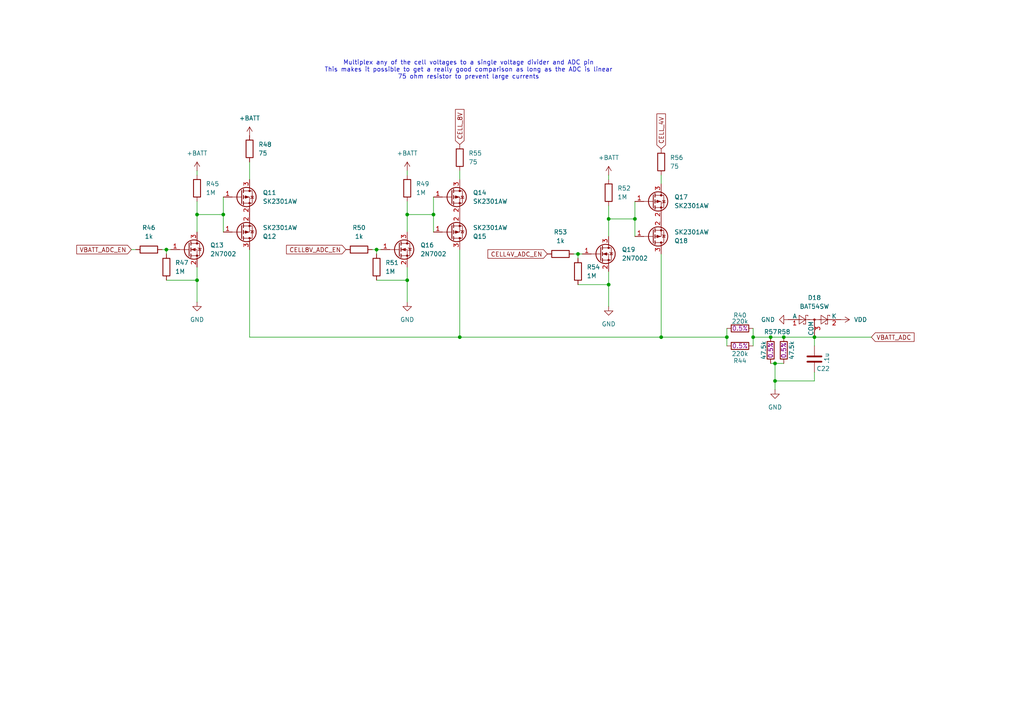
<source format=kicad_sch>
(kicad_sch (version 20231120) (generator "eeschema") (generator_version "8.0")
  (paper "A4")
  (lib_symbols
    (symbol "Device:C" (pin_numbers hide) (pin_names (offset 0.254))
      (property "Reference" "C" (at 0.635 2.54 0))
      (property "Value" "C" (at 0.635 -2.54 0))
      (symbol "C_0_1"
        (polyline (pts (xy -2.032 -0.762) (xy 2.032 -0.762)) (stroke (width 0.508)))
        (polyline (pts (xy -2.032 0.762) (xy 2.032 0.762)) (stroke (width 0.508)))
      )
      (symbol "C_1_1"
        (pin passive line (at 0 3.81 270) (length 2.794) (name "~") (number "1"))
        (pin passive line (at 0 -3.81 90) (length 2.794) (name "~") (number "2"))
      )
    )
    (symbol "Device:R" (pin_numbers hide) (pin_names (offset 0))
      (property "Reference" "R" (at 2.032 0 90))
      (property "Value" "R" (at 0 0 90))
      (symbol "R_0_1"
        (rectangle (start -1.016 -2.54) (end 1.016 2.54) (stroke (width 0.254)))
      )
      (symbol "R_1_1"
        (pin passive line (at 0 3.81 270) (length 1.27) (name "~") (number "1"))
        (pin passive line (at 0 -3.81 90) (length 1.27) (name "~") (number "2"))
      )
    )
    (symbol "Diode:BAT54SW" (pin_names (offset 0))
      (property "Reference" "D" (at 0.635 -3.81 0))
      (property "Value" "BAT54SW" (at -6.35 3.175 0))
      (symbol "BAT54SW_0_1"
        (polyline (pts (xy -3.81 0) (xy -1.27 0)))
        (polyline (pts (xy -3.175 -1.27) (xy -3.175 -1.016)))
        (polyline (pts (xy -2.54 -1.27) (xy -3.175 -1.27)))
        (polyline (pts (xy -2.54 -1.27) (xy -2.54 1.27)))
        (polyline (pts (xy -2.54 1.27) (xy -1.905 1.27)))
        (polyline (pts (xy -1.905 0) (xy 1.905 0)))
        (polyline (pts (xy -1.905 1.27) (xy -1.905 1.016)))
        (polyline (pts (xy 1.27 0) (xy 3.81 0)))
        (polyline (pts (xy 3.175 -1.27) (xy 3.175 -1.016)))
        (polyline (pts (xy 3.81 -1.27) (xy 3.175 -1.27)))
        (polyline (pts (xy 3.81 -1.27) (xy 3.81 1.27)))
        (polyline (pts (xy 3.81 1.27) (xy 4.445 1.27)))
        (polyline (pts (xy 4.445 1.27) (xy 4.445 1.016)))
        (polyline (pts (xy -4.445 1.27) (xy -4.445 -1.27) (xy -2.54 0) (xy -4.445 1.27)))
        (polyline (pts (xy 1.905 1.27) (xy 1.905 -1.27) (xy 3.81 0) (xy 1.905 1.27)))
        (circle (center 0 0) (radius 0.254) (fill (type outline)))
      )
      (symbol "BAT54SW_1_1"
        (pin passive line (at -7.62 0 0) (length 3.81) (name "A") (number "1"))
        (pin passive line (at 7.62 0 180) (length 3.81) (name "K") (number "2"))
        (pin passive line (at 0 -5.08 90) (length 5.08) (name "COM") (number "3"))
      )
    )
    (symbol "JakeLib:SK2301AW" (pin_names hide)
      (property "Reference" "Q" (at 5.08 1.905 0))
      (property "Value" "SK2301AW" (at 5.08 0 0))
      (symbol "SK2301AW_0_1"
        (polyline (pts (xy 0.254 0) (xy -2.54 0)))
        (polyline (pts (xy 0.254 1.905) (xy 0.254 -1.905)) (stroke (width 0.254)))
        (polyline (pts (xy 0.762 -1.27) (xy 0.762 -2.286)) (stroke (width 0.254)))
        (polyline (pts (xy 0.762 0.508) (xy 0.762 -0.508)) (stroke (width 0.254)))
        (polyline (pts (xy 0.762 2.286) (xy 0.762 1.27)) (stroke (width 0.254)))
        (polyline (pts (xy 2.54 2.54) (xy 2.54 1.778)))
        (polyline (pts (xy 2.54 -2.54) (xy 2.54 0) (xy 0.762 0)))
        (polyline (pts (xy 0.762 1.778) (xy 3.302 1.778) (xy 3.302 -1.778) (xy 0.762 -1.778)))
        (polyline (pts (xy 2.286 0) (xy 1.27 0.381) (xy 1.27 -0.381) (xy 2.286 0)) (fill (type outline)))
        (polyline (pts (xy 2.794 -0.508) (xy 2.921 -0.381) (xy 3.683 -0.381) (xy 3.81 -0.254)))
        (polyline (pts (xy 3.302 -0.381) (xy 2.921 0.254) (xy 3.683 0.254) (xy 3.302 -0.381)))
        (circle (center 1.651 0) (radius 2.794) (stroke (width 0.254)))
        (circle (center 2.54 -1.778) (radius 0.254) (fill (type outline)))
        (circle (center 2.54 1.778) (radius 0.254) (fill (type outline)))
      )
      (symbol "SK2301AW_1_1"
        (pin input line (at -5.08 0 0) (length 2.54) (name "G") (number "1"))
        (pin passive line (at 2.54 -5.08 90) (length 2.54) (name "S") (number "2"))
        (pin passive line (at 2.54 5.08 270) (length 2.54) (name "D") (number "3"))
      )
    )
    (symbol "Transistor_FET:2N7002" (pin_names hide)
      (property "Reference" "Q" (at 5.08 1.905 0))
      (property "Value" "2N7002" (at 5.08 0 0))
      (symbol "2N7002_0_1"
        (polyline (pts (xy 0.254 0) (xy -2.54 0)))
        (polyline (pts (xy 0.254 1.905) (xy 0.254 -1.905)) (stroke (width 0.254)))
        (polyline (pts (xy 0.762 -1.27) (xy 0.762 -2.286)) (stroke (width 0.254)))
        (polyline (pts (xy 0.762 0.508) (xy 0.762 -0.508)) (stroke (width 0.254)))
        (polyline (pts (xy 0.762 2.286) (xy 0.762 1.27)) (stroke (width 0.254)))
        (polyline (pts (xy 2.54 2.54) (xy 2.54 1.778)))
        (polyline (pts (xy 2.54 -2.54) (xy 2.54 0) (xy 0.762 0)))
        (polyline (pts (xy 0.762 -1.778) (xy 3.302 -1.778) (xy 3.302 1.778) (xy 0.762 1.778)))
        (polyline (pts (xy 1.016 0) (xy 2.032 0.381) (xy 2.032 -0.381) (xy 1.016 0)) (fill (type outline)))
        (polyline (pts (xy 2.794 0.508) (xy 2.921 0.381) (xy 3.683 0.381) (xy 3.81 0.254)))
        (polyline (pts (xy 3.302 0.381) (xy 2.921 -0.254) (xy 3.683 -0.254) (xy 3.302 0.381)))
        (circle (center 1.651 0) (radius 2.794) (stroke (width 0.254)))
        (circle (center 2.54 -1.778) (radius 0.254) (fill (type outline)))
        (circle (center 2.54 1.778) (radius 0.254) (fill (type outline)))
      )
      (symbol "2N7002_1_1"
        (pin input line (at -5.08 0 0) (length 2.54) (name "G") (number "1"))
        (pin passive line (at 2.54 -5.08 90) (length 2.54) (name "S") (number "2"))
        (pin passive line (at 2.54 5.08 270) (length 2.54) (name "D") (number "3"))
      )
    )
    (symbol "power:+BATT" (power) (pin_numbers hide) (pin_names (offset 0) hide)
      (property "Value" "+BATT" (at 0 3.556 0))
      (symbol "+BATT_0_1"
        (polyline (pts (xy -0.762 1.27) (xy 0 2.54)))
        (polyline (pts (xy 0 0) (xy 0 2.54)))
        (polyline (pts (xy 0 2.54) (xy 0.762 1.27)))
      )
      (symbol "+BATT_1_1"
        (pin power_in line (at 0 0 90) (length 0) (name "~") (number "1"))
      )
    )
    (symbol "power:GND" (power) (pin_numbers hide) (pin_names (offset 0) hide)
      (property "Value" "GND" (at 0 -3.81 0))
      (symbol "GND_0_1"
        (polyline (pts (xy 0 0) (xy 0 -1.27) (xy 1.27 -1.27) (xy 0 -2.54) (xy -1.27 -1.27) (xy 0 -1.27)))
      )
      (symbol "GND_1_1"
        (pin power_in line (at 0 0 270) (length 0) (name "~") (number "1"))
      )
    )
    (symbol "power:VDD" (power) (pin_numbers hide) (pin_names (offset 0) hide)
      (property "Value" "VDD" (at 0 3.556 0))
      (symbol "VDD_0_1"
        (polyline (pts (xy -0.762 1.27) (xy 0 2.54)))
        (polyline (pts (xy 0 0) (xy 0 2.54)))
        (polyline (pts (xy 0 2.54) (xy 0.762 1.27)))
      )
      (symbol "VDD_1_1"
        (pin power_in line (at 0 0 90) (length 0) (name "~") (number "1"))
      )
    )
  )
  (junction (at 224.79 110.49))
  (junction (at 57.15 62.23))
  (junction (at 64.77 62.23))
  (junction (at 167.64 73.66))
  (junction (at 184.15 63.5))
  (junction (at 227.33 97.79))
  (junction (at 48.26 72.39))
  (junction (at 224.79 105.41))
  (junction (at 109.22 72.39))
  (junction (at 118.11 62.23))
  (junction (at 210.82 97.79))
  (junction (at 125.73 62.23))
  (junction (at 218.44 97.79))
  (junction (at 118.11 81.28))
  (junction (at 176.53 82.55))
  (junction (at 236.22 97.79))
  (junction (at 57.15 81.28))
  (junction (at 191.77 97.79))
  (junction (at 223.52 97.79))
  (junction (at 133.35 97.79))
  (junction (at 176.53 63.5))
  (wire (pts (xy 48.26 72.39) (xy 46.99 72.39)))
  (wire (pts (xy 64.77 62.23) (xy 64.77 67.31)))
  (wire (pts (xy 64.77 57.15) (xy 64.77 62.23)))
  (wire (pts (xy 57.15 49.53) (xy 57.15 50.8)))
  (wire (pts (xy 167.64 74.93) (xy 167.64 73.66)))
  (wire (pts (xy 133.35 72.39) (xy 133.35 97.79)))
  (wire (pts (xy 184.15 58.42) (xy 184.15 63.5)))
  (wire (pts (xy 176.53 63.5) (xy 184.15 63.5)))
  (wire (pts (xy 133.35 49.53) (xy 133.35 52.07)))
  (wire (pts (xy 168.91 73.66) (xy 167.64 73.66)))
  (wire (pts (xy 72.39 46.99) (xy 72.39 52.07)))
  (wire (pts (xy 223.52 97.79) (xy 227.33 97.79)))
  (wire (pts (xy 125.73 62.23) (xy 125.73 67.31)))
  (wire (pts (xy 176.53 59.69) (xy 176.53 63.5)))
  (wire (pts (xy 176.53 50.8) (xy 176.53 52.07)))
  (wire (pts (xy 191.77 73.66) (xy 191.77 97.79)))
  (wire (pts (xy 118.11 58.42) (xy 118.11 62.23)))
  (wire (pts (xy 118.11 62.23) (xy 125.73 62.23)))
  (wire (pts (xy 72.39 97.79) (xy 72.39 72.39)))
  (wire (pts (xy 48.26 73.66) (xy 48.26 72.39)))
  (wire (pts (xy 110.49 72.39) (xy 109.22 72.39)))
  (wire (pts (xy 210.82 95.25) (xy 210.82 97.79)))
  (wire (pts (xy 176.53 68.58) (xy 176.53 63.5)))
  (wire (pts (xy 72.39 97.79) (xy 133.35 97.79)))
  (wire (pts (xy 176.53 78.74) (xy 176.53 82.55)))
  (wire (pts (xy 57.15 62.23) (xy 64.77 62.23)))
  (wire (pts (xy 118.11 81.28) (xy 118.11 87.63)))
  (wire (pts (xy 167.64 73.66) (xy 166.37 73.66)))
  (wire (pts (xy 191.77 97.79) (xy 210.82 97.79)))
  (wire (pts (xy 218.44 97.79) (xy 218.44 100.33)))
  (wire (pts (xy 39.37 72.39) (xy 38.1 72.39)))
  (wire (pts (xy 57.15 81.28) (xy 57.15 87.63)))
  (wire (pts (xy 223.52 97.79) (xy 218.44 97.79)))
  (wire (pts (xy 118.11 49.53) (xy 118.11 50.8)))
  (wire (pts (xy 57.15 77.47) (xy 57.15 81.28)))
  (wire (pts (xy 224.79 105.41) (xy 227.33 105.41)))
  (wire (pts (xy 167.64 82.55) (xy 176.53 82.55)))
  (wire (pts (xy 184.15 63.5) (xy 184.15 68.58)))
  (wire (pts (xy 223.52 105.41) (xy 224.79 105.41)))
  (wire (pts (xy 133.35 97.79) (xy 191.77 97.79)))
  (wire (pts (xy 218.44 95.25) (xy 218.44 97.79)))
  (wire (pts (xy 118.11 77.47) (xy 118.11 81.28)))
  (wire (pts (xy 57.15 58.42) (xy 57.15 62.23)))
  (wire (pts (xy 236.22 97.79) (xy 227.33 97.79)))
  (wire (pts (xy 118.11 67.31) (xy 118.11 62.23)))
  (wire (pts (xy 109.22 72.39) (xy 107.95 72.39)))
  (wire (pts (xy 210.82 97.79) (xy 210.82 100.33)))
  (wire (pts (xy 224.79 113.03) (xy 224.79 110.49)))
  (wire (pts (xy 109.22 73.66) (xy 109.22 72.39)))
  (wire (pts (xy 125.73 57.15) (xy 125.73 62.23)))
  (wire (pts (xy 109.22 81.28) (xy 118.11 81.28)))
  (wire (pts (xy 236.22 110.49) (xy 236.22 107.95)))
  (wire (pts (xy 176.53 82.55) (xy 176.53 88.9)))
  (wire (pts (xy 191.77 50.8) (xy 191.77 53.34)))
  (wire (pts (xy 236.22 100.33) (xy 236.22 97.79)))
  (wire (pts (xy 57.15 67.31) (xy 57.15 62.23)))
  (wire (pts (xy 252.73 97.79) (xy 236.22 97.79)))
  (wire (pts (xy 48.26 81.28) (xy 57.15 81.28)))
  (wire (pts (xy 49.53 72.39) (xy 48.26 72.39)))
  (wire (pts (xy 224.79 105.41) (xy 224.79 110.49)))
  (wire (pts (xy 224.79 110.49) (xy 236.22 110.49)))
  (text "Multiplex any of the cell voltages to a single voltage divider and ADC pin\nThis makes it possible to get a really good comparison as long as the ADC is linear\n75 ohm resistor to prevent large currents\n" (at 135.89 20.32 0) (effects (font (size 1.27 1.27))))
  (global_label "CELL4V_ADC_EN" (shape input) (at 158.75 73.66 180) (property "Intersheetrefs" "${INTERSHEET_REFS}" (effects (hide yes))))
  (global_label "CELL_8V" (shape input) (at 133.35 41.91 90) (property "Intersheetrefs" "${INTERSHEET_REFS}" (effects (hide yes))))
  (global_label "VBATT_ADC_EN" (shape input) (at 38.1 72.39 180) (property "Intersheetrefs" "${INTERSHEET_REFS}" (effects (hide yes))))
  (global_label "CELL8V_ADC_EN" (shape input) (at 100.33 72.39 180) (property "Intersheetrefs" "${INTERSHEET_REFS}" (effects (hide yes))))
  (global_label "VBATT_ADC" (shape input) (at 252.73 97.79 0) (property "Intersheetrefs" "${INTERSHEET_REFS}" (effects (hide yes))))
  (global_label "CELL_4V" (shape input) (at 191.77 43.18 90) (property "Intersheetrefs" "${INTERSHEET_REFS}" (effects (hide yes))))
  (symbol (lib_id "power:GND") (at 228.6 92.71 270) (unit 1)
    (property "Reference" "#PWR058" (effects (hide yes)))
    (property "Value" "GND" (at 224.79 92.7099 90) (effects (justify right)))
    (property "Description" "Power symbol creates a global label with name \"GND\" , ground" (effects (hide yes)))
  )
  (symbol (lib_id "Device:R") (at 109.22 77.47 0) (unit 1)
    (property "Reference" "R51" (at 111.76 76.1999 0) (effects (justify left)))
    (property "Value" "1M" (at 111.76 78.7399 0) (effects (justify left)))
    (property "Footprint" "Resistor_SMD:R_0603_1608Metric" (effects (hide yes)))
    (property "Description" "Resistor" (effects (hide yes)))
    (property "LCSC_Code" "C22935" (effects (hide yes)))
  )
  (symbol (lib_id "Diode:BAT54SW") (at 236.22 92.71 0) (unit 1)
    (property "Reference" "D18" (at 236.22 86.36 0))
    (property "Value" "BAT54SW" (at 236.22 88.9 0))
    (property "Footprint" "Package_TO_SOT_SMD:SOT-323_SC-70" (effects (hide yes)))
    (property "Datasheet" "https://assets.nexperia.com/documents/data-sheet/BAT54W_SER.pdf" (effects (hide yes)))
    (property "Description" "Vr 30V, If 200mA, Dual schottky barrier diode, in series, SOT-323" (effects (hide yes)))
    (property "LCSC_Code" "C78606" (effects (hide yes)))
  )
  (symbol (lib_id "Device:R") (at 104.14 72.39 90) (unit 1)
    (property "Reference" "R50" (at 104.14 66.04 90))
    (property "Value" "1k" (at 104.14 68.58 90))
    (property "Footprint" "Resistor_SMD:R_0603_1608Metric" (effects (hide yes)))
    (property "Description" "Resistor" (effects (hide yes)))
    (property "LCSC_Code" "C21190" (effects (hide yes)))
  )
  (symbol (lib_id "JakeLib:SK2301AW") (at 69.85 57.15 0) (unit 1)
    (property "Reference" "Q11" (at 76.2 55.8799 0) (effects (justify left)))
    (property "Value" "SK2301AW" (at 76.2 58.4199 0) (effects (justify left)))
    (property "Footprint" "Package_TO_SOT_SMD:SOT-323_SC-70" (effects (hide yes)))
    (property "Datasheet" "http://www.vishay.com/docs/70209/70209.pdf" (effects (hide yes)))
    (property "Description" "-0.72A Id, -20V Vds, P-Channel MOSFET, SOT-323" (effects (hide yes)))
  )
  (symbol (lib_id "Device:R") (at 57.15 54.61 0) (unit 1)
    (property "Reference" "R45" (at 59.69 53.3399 0) (effects (justify left)))
    (property "Value" "1M" (at 59.69 55.8799 0) (effects (justify left)))
    (property "Footprint" "Resistor_SMD:R_0603_1608Metric" (effects (hide yes)))
    (property "Description" "Resistor" (effects (hide yes)))
    (property "LCSC_Code" "C22935" (effects (hide yes)))
  )
  (symbol (lib_id "Device:R") (at 43.18 72.39 90) (unit 1)
    (property "Reference" "R46" (at 43.18 66.04 90))
    (property "Value" "1k" (at 43.18 68.58 90))
    (property "Footprint" "Resistor_SMD:R_0603_1608Metric" (effects (hide yes)))
    (property "Description" "Resistor" (effects (hide yes)))
    (property "LCSC_Code" "C21190" (effects (hide yes)))
  )
  (symbol (lib_id "JakeLib:SK2301AW") (at 69.85 67.31 0) (mirror x) (unit 1)
    (property "Reference" "Q12" (at 76.2 68.5801 0) (effects (justify left)))
    (property "Value" "SK2301AW" (at 76.2 66.0401 0) (effects (justify left)))
    (property "Footprint" "Package_TO_SOT_SMD:SOT-323_SC-70" (effects (hide yes)))
    (property "Datasheet" "http://www.vishay.com/docs/70209/70209.pdf" (effects (hide yes)))
    (property "Description" "-0.72A Id, -20V Vds, P-Channel MOSFET, SOT-323" (effects (hide yes)))
  )
  (symbol (lib_id "Device:R") (at 118.11 54.61 0) (unit 1)
    (property "Reference" "R49" (at 120.65 53.3399 0) (effects (justify left)))
    (property "Value" "1M" (at 120.65 55.8799 0) (effects (justify left)))
    (property "Footprint" "Resistor_SMD:R_0603_1608Metric" (effects (hide yes)))
    (property "Description" "Resistor" (effects (hide yes)))
    (property "LCSC_Code" "C22935" (effects (hide yes)))
  )
  (symbol (lib_id "power:GND") (at 176.53 88.9 0) (unit 1)
    (property "Reference" "#PWR062" (effects (hide yes)))
    (property "Value" "GND" (at 176.53 93.98 0))
    (property "Description" "Power symbol creates a global label with name \"GND\" , ground" (effects (hide yes)))
  )
  (symbol (lib_id "Device:R") (at 223.52 101.6 180) (unit 1)
    (property "Reference" "R57" (at 223.52 96.266 0))
    (property "Value" "47.5k" (at 221.488 101.6 90))
    (property "Footprint" "Resistor_SMD:R_0402_1005Metric" (effects (hide yes)))
    (property "Description" "Resistor" (effects (hide yes)))
    (property "LCSC_Code" "C319604" (effects (hide yes)))
    (property "Tolerance" "0.5%" (at 223.52 101.6 90))
  )
  (symbol (lib_id "power:VDD") (at 243.84 92.71 270) (unit 1)
    (property "Reference" "#PWR059" (effects (hide yes)))
    (property "Value" "VDD" (at 247.65 92.7099 90) (effects (justify left)))
    (property "Description" "Power symbol creates a global label with name \"VDD\"" (effects (hide yes)))
  )
  (symbol (lib_id "JakeLib:SK2301AW") (at 130.81 67.31 0) (mirror x) (unit 1)
    (property "Reference" "Q15" (at 137.16 68.5801 0) (effects (justify left)))
    (property "Value" "SK2301AW" (at 137.16 66.0401 0) (effects (justify left)))
    (property "Footprint" "Package_TO_SOT_SMD:SOT-323_SC-70" (effects (hide yes)))
    (property "Datasheet" "http://www.vishay.com/docs/70209/70209.pdf" (effects (hide yes)))
    (property "Description" "-0.72A Id, -20V Vds, P-Channel MOSFET, SOT-323" (effects (hide yes)))
  )
  (symbol (lib_id "Transistor_FET:2N7002") (at 115.57 72.39 0) (unit 1)
    (property "Reference" "Q16" (at 121.92 71.1199 0) (effects (justify left)))
    (property "Value" "2N7002" (at 121.92 73.6599 0) (effects (justify left)))
    (property "Footprint" "Package_TO_SOT_SMD:SOT-323_SC-70" (effects (hide yes)))
    (property "Datasheet" "https://www.onsemi.com/pub/Collateral/NDS7002A-D.PDF" (effects (hide yes)))
    (property "Description" "0.115A Id, 60V Vds, N-Channel MOSFET, SOT-23" (effects (hide yes)))
    (property "LCSC_Code" "C7420322" (effects (hide yes)))
  )
  (symbol (lib_id "JakeLib:SK2301AW") (at 130.81 57.15 0) (unit 1)
    (property "Reference" "Q14" (at 137.16 55.8799 0) (effects (justify left)))
    (property "Value" "SK2301AW" (at 137.16 58.4199 0) (effects (justify left)))
    (property "Footprint" "Package_TO_SOT_SMD:SOT-323_SC-70" (effects (hide yes)))
    (property "Datasheet" "http://www.vishay.com/docs/70209/70209.pdf" (effects (hide yes)))
    (property "Description" "-0.72A Id, -20V Vds, P-Channel MOSFET, SOT-323" (effects (hide yes)))
  )
  (symbol (lib_id "Transistor_FET:2N7002") (at 54.61 72.39 0) (unit 1)
    (property "Reference" "Q13" (at 60.96 71.1199 0) (effects (justify left)))
    (property "Value" "2N7002" (at 60.96 73.6599 0) (effects (justify left)))
    (property "Footprint" "Package_TO_SOT_SMD:SOT-323_SC-70" (effects (hide yes)))
    (property "Datasheet" "https://www.onsemi.com/pub/Collateral/NDS7002A-D.PDF" (effects (hide yes)))
    (property "Description" "0.115A Id, 60V Vds, N-Channel MOSFET, SOT-23" (effects (hide yes)))
    (property "LCSC_Code" "C7420322" (effects (hide yes)))
  )
  (symbol (lib_id "power:GND") (at 224.79 113.03 0) (unit 1)
    (property "Reference" "#PWR057" (effects (hide yes)))
    (property "Value" "GND" (at 224.79 118.11 0))
    (property "Description" "Power symbol creates a global label with name \"GND\" , ground" (effects (hide yes)))
  )
  (symbol (lib_id "Device:R") (at 48.26 77.47 0) (unit 1)
    (property "Reference" "R47" (at 50.8 76.1999 0) (effects (justify left)))
    (property "Value" "1M" (at 50.8 78.7399 0) (effects (justify left)))
    (property "Footprint" "Resistor_SMD:R_0603_1608Metric" (effects (hide yes)))
    (property "Description" "Resistor" (effects (hide yes)))
    (property "LCSC_Code" "C22935" (effects (hide yes)))
  )
  (symbol (lib_id "Device:R") (at 176.53 55.88 0) (unit 1)
    (property "Reference" "R52" (at 179.07 54.6099 0) (effects (justify left)))
    (property "Value" "1M" (at 179.07 57.1499 0) (effects (justify left)))
    (property "Footprint" "Resistor_SMD:R_0603_1608Metric" (effects (hide yes)))
    (property "Description" "Resistor" (effects (hide yes)))
    (property "LCSC_Code" "C22935" (effects (hide yes)))
  )
  (symbol (lib_id "Device:R") (at 191.77 46.99 180) (unit 1)
    (property "Reference" "R56" (at 194.31 45.7199 0) (effects (justify right)))
    (property "Value" "75" (at 194.31 48.2599 0) (effects (justify right)))
    (property "Footprint" "Resistor_SMD:R_0603_1608Metric" (effects (hide yes)))
    (property "Description" "Resistor" (effects (hide yes)))
    (property "LCSC_Code" "C4275" (effects (hide yes)))
  )
  (symbol (lib_id "Device:R") (at 214.63 95.25 90) (unit 1)
    (property "Reference" "R40" (at 214.63 91.44 90))
    (property "Value" "220k" (at 214.63 93.218 90))
    (property "Footprint" "Resistor_SMD:R_0402_1005Metric" (effects (hide yes)))
    (property "Description" "Resistor" (effects (hide yes)))
    (property "LCSC_Code" "C851925" (effects (hide yes)))
    (property "Tolerance" "0.5%" (at 214.63 95.25 90))
  )
  (symbol (lib_id "Device:R") (at 214.63 100.33 90) (unit 1)
    (property "Reference" "R44" (at 214.63 104.648 90))
    (property "Value" "220k" (at 214.63 102.616 90))
    (property "Footprint" "Resistor_SMD:R_0402_1005Metric" (effects (hide yes)))
    (property "Description" "Resistor" (effects (hide yes)))
    (property "LCSC_Code" "C851925" (effects (hide yes)))
    (property "Tolerance" "0.5%" (at 214.63 100.33 90))
  )
  (symbol (lib_id "power:+BATT") (at 72.39 39.37 0) (unit 1)
    (property "Reference" "#PWR013" (effects (hide yes)))
    (property "Value" "+BATT" (at 72.39 34.29 0))
    (property "Description" "Power symbol creates a global label with name \"+BATT\"" (effects (hide yes)))
  )
  (symbol (lib_id "power:+BATT") (at 57.15 49.53 0) (unit 1)
    (property "Reference" "#PWR063" (effects (hide yes)))
    (property "Value" "+BATT" (at 57.15 44.45 0))
    (property "Description" "Power symbol creates a global label with name \"+BATT\"" (effects (hide yes)))
  )
  (symbol (lib_id "Device:R") (at 72.39 43.18 180) (unit 1)
    (property "Reference" "R48" (at 74.93 41.9099 0) (effects (justify right)))
    (property "Value" "75" (at 74.93 44.4499 0) (effects (justify right)))
    (property "Footprint" "Resistor_SMD:R_0603_1608Metric" (effects (hide yes)))
    (property "Description" "Resistor" (effects (hide yes)))
    (property "LCSC_Code" "C4275" (effects (hide yes)))
  )
  (symbol (lib_id "power:GND") (at 57.15 87.63 0) (unit 1)
    (property "Reference" "#PWR060" (effects (hide yes)))
    (property "Value" "GND" (at 57.15 92.71 0))
    (property "Description" "Power symbol creates a global label with name \"GND\" , ground" (effects (hide yes)))
  )
  (symbol (lib_id "power:+BATT") (at 118.11 49.53 0) (unit 1)
    (property "Reference" "#PWR064" (effects (hide yes)))
    (property "Value" "+BATT" (at 118.11 44.45 0))
    (property "Description" "Power symbol creates a global label with name \"+BATT\"" (effects (hide yes)))
  )
  (symbol (lib_id "Device:R") (at 133.35 45.72 180) (unit 1)
    (property "Reference" "R55" (at 135.89 44.4499 0) (effects (justify right)))
    (property "Value" "75" (at 135.89 46.9899 0) (effects (justify right)))
    (property "Footprint" "Resistor_SMD:R_0603_1608Metric" (effects (hide yes)))
    (property "Description" "Resistor" (effects (hide yes)))
    (property "LCSC_Code" "C4275" (effects (hide yes)))
  )
  (symbol (lib_id "JakeLib:SK2301AW") (at 189.23 58.42 0) (unit 1)
    (property "Reference" "Q17" (at 195.58 57.1499 0) (effects (justify left)))
    (property "Value" "SK2301AW" (at 195.58 59.6899 0) (effects (justify left)))
    (property "Footprint" "Package_TO_SOT_SMD:SOT-323_SC-70" (effects (hide yes)))
    (property "Datasheet" "http://www.vishay.com/docs/70209/70209.pdf" (effects (hide yes)))
    (property "Description" "-0.72A Id, -20V Vds, P-Channel MOSFET, SOT-323" (effects (hide yes)))
  )
  (symbol (lib_id "power:+BATT") (at 176.53 50.8 0) (unit 1)
    (property "Reference" "#PWR065" (effects (hide yes)))
    (property "Value" "+BATT" (at 176.53 45.72 0))
    (property "Description" "Power symbol creates a global label with name \"+BATT\"" (effects (hide yes)))
  )
  (symbol (lib_id "Device:R") (at 162.56 73.66 90) (unit 1)
    (property "Reference" "R53" (at 162.56 67.31 90))
    (property "Value" "1k" (at 162.56 69.85 90))
    (property "Footprint" "Resistor_SMD:R_0603_1608Metric" (effects (hide yes)))
    (property "Description" "Resistor" (effects (hide yes)))
    (property "LCSC_Code" "C21190" (effects (hide yes)))
  )
  (symbol (lib_id "Device:C") (at 236.22 104.14 0) (unit 1)
    (property "Reference" "C22" (at 238.76 106.934 0))
    (property "Value" ".1u" (at 239.776 103.886 90))
    (property "Footprint" "Capacitor_SMD:C_0603_1608Metric" (effects (hide yes)))
    (property "Description" "Unpolarized capacitor" (effects (hide yes)))
    (property "LCSC_Code" "C14663" (effects (hide yes)))
  )
  (symbol (lib_id "Device:R") (at 227.33 101.6 180) (unit 1)
    (property "Reference" "R58" (at 227.33 96.266 0))
    (property "Value" "47.5k" (at 229.616 101.6 90))
    (property "Footprint" "Resistor_SMD:R_0402_1005Metric" (effects (hide yes)))
    (property "Description" "Resistor" (effects (hide yes)))
    (property "LCSC_Code" "C319604" (effects (hide yes)))
    (property "Tolerance" "0.5%" (at 227.33 101.6 90))
  )
  (symbol (lib_id "Transistor_FET:2N7002") (at 173.99 73.66 0) (unit 1)
    (property "Reference" "Q19" (at 180.34 72.3899 0) (effects (justify left)))
    (property "Value" "2N7002" (at 180.34 74.9299 0) (effects (justify left)))
    (property "Footprint" "Package_TO_SOT_SMD:SOT-323_SC-70" (effects (hide yes)))
    (property "Datasheet" "https://www.onsemi.com/pub/Collateral/NDS7002A-D.PDF" (effects (hide yes)))
    (property "Description" "0.115A Id, 60V Vds, N-Channel MOSFET, SOT-23" (effects (hide yes)))
    (property "LCSC_Code" "C7420322" (effects (hide yes)))
  )
  (symbol (lib_id "Device:R") (at 167.64 78.74 0) (unit 1)
    (property "Reference" "R54" (at 170.18 77.4699 0) (effects (justify left)))
    (property "Value" "1M" (at 170.18 80.0099 0) (effects (justify left)))
    (property "Footprint" "Resistor_SMD:R_0603_1608Metric" (effects (hide yes)))
    (property "Description" "Resistor" (effects (hide yes)))
    (property "LCSC_Code" "C22935" (effects (hide yes)))
  )
  (symbol (lib_id "power:GND") (at 118.11 87.63 0) (unit 1)
    (property "Reference" "#PWR061" (effects (hide yes)))
    (property "Value" "GND" (at 118.11 92.71 0))
    (property "Description" "Power symbol creates a global label with name \"GND\" , ground" (effects (hide yes)))
  )
  (symbol (lib_id "JakeLib:SK2301AW") (at 189.23 68.58 0) (mirror x) (unit 1)
    (property "Reference" "Q18" (at 195.58 69.8501 0) (effects (justify left)))
    (property "Value" "SK2301AW" (at 195.58 67.3101 0) (effects (justify left)))
    (property "Footprint" "Package_TO_SOT_SMD:SOT-323_SC-70" (effects (hide yes)))
    (property "Datasheet" "http://www.vishay.com/docs/70209/70209.pdf" (effects (hide yes)))
    (property "Description" "-0.72A Id, -20V Vds, P-Channel MOSFET, SOT-323" (effects (hide yes)))
  )
)
</source>
